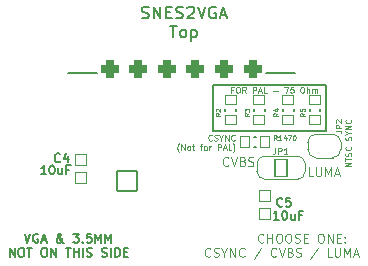
<source format=gbr>
G04 #@! TF.GenerationSoftware,KiCad,Pcbnew,(6.0.6-0)*
G04 #@! TF.CreationDate,2023-01-30T15:29:15-05:00*
G04 #@! TF.ProjectId,SNES2VGA,534e4553-3256-4474-912e-6b696361645f,1*
G04 #@! TF.SameCoordinates,Original*
G04 #@! TF.FileFunction,Legend,Top*
G04 #@! TF.FilePolarity,Positive*
%FSLAX46Y46*%
G04 Gerber Fmt 4.6, Leading zero omitted, Abs format (unit mm)*
G04 Created by KiCad (PCBNEW (6.0.6-0)) date 2023-01-30 15:29:15*
%MOMM*%
%LPD*%
G01*
G04 APERTURE LIST*
G04 Aperture macros list*
%AMRoundRect*
0 Rectangle with rounded corners*
0 $1 Rounding radius*
0 $2 $3 $4 $5 $6 $7 $8 $9 X,Y pos of 4 corners*
0 Add a 4 corners polygon primitive as box body*
4,1,4,$2,$3,$4,$5,$6,$7,$8,$9,$2,$3,0*
0 Add four circle primitives for the rounded corners*
1,1,$1+$1,$2,$3*
1,1,$1+$1,$4,$5*
1,1,$1+$1,$6,$7*
1,1,$1+$1,$8,$9*
0 Add four rect primitives between the rounded corners*
20,1,$1+$1,$2,$3,$4,$5,0*
20,1,$1+$1,$4,$5,$6,$7,0*
20,1,$1+$1,$6,$7,$8,$9,0*
20,1,$1+$1,$8,$9,$2,$3,0*%
%AMFreePoly0*
4,1,37,0.012350,0.795685,0.074215,0.795307,0.088460,0.793178,0.224281,0.752559,0.237356,0.746518,0.356318,0.669411,0.367173,0.659942,0.459711,0.552545,0.467470,0.540411,0.526147,0.411359,0.530190,0.397535,0.550287,0.257202,0.550800,0.250000,0.550800,-0.250000,0.550796,-0.250620,0.550647,-0.262836,0.549947,-0.270644,0.526427,-0.410445,0.522048,-0.424167,0.460236,-0.551746,
0.452182,-0.563686,0.357047,-0.668790,0.345965,-0.677991,0.225155,-0.752168,0.211936,-0.757888,0.075163,-0.795177,0.060870,-0.796957,0.011464,-0.796051,0.000000,-0.800800,-0.500000,-0.800800,-0.535921,-0.785921,-0.550800,-0.750000,-0.550800,0.750000,-0.535921,0.785921,-0.500000,0.800800,0.000000,0.800800,0.012350,0.795685,0.012350,0.795685,$1*%
%AMFreePoly1*
4,1,37,0.535921,0.785921,0.550800,0.750000,0.550800,-0.750000,0.535921,-0.785921,0.500000,-0.800800,0.000000,-0.800800,-0.012526,-0.795612,-0.080872,-0.794359,-0.095090,-0.792057,-0.230405,-0.749782,-0.243405,-0.743581,-0.361415,-0.665026,-0.372153,-0.655426,-0.463373,-0.546907,-0.470984,-0.534678,-0.528079,-0.404919,-0.531952,-0.391047,-0.549535,-0.256587,-0.548147,-0.256405,-0.550800,-0.250000,
-0.550800,0.250000,-0.550314,0.251174,-0.550158,0.263925,-0.528347,0.404002,-0.524136,0.417775,-0.463888,0.546100,-0.455980,0.558139,-0.362136,0.664397,-0.351168,0.673732,-0.231273,0.749380,-0.218125,0.755261,-0.081818,0.794218,-0.067547,0.796173,-0.011991,0.795833,0.000000,0.800800,0.500000,0.800800,0.535921,0.785921,0.535921,0.785921,$1*%
%AMFreePoly2*
4,1,37,0.012350,0.795685,0.074215,0.795307,0.088460,0.793178,0.224281,0.752559,0.237356,0.746518,0.356318,0.669411,0.367173,0.659942,0.459711,0.552545,0.467470,0.540411,0.526147,0.411359,0.530190,0.397535,0.550287,0.257202,0.550800,0.250000,0.550800,-0.250000,0.550796,-0.250620,0.550647,-0.262836,0.549947,-0.270644,0.526427,-0.410445,0.522048,-0.424167,0.460236,-0.551746,
0.452182,-0.563686,0.357047,-0.668790,0.345965,-0.677991,0.225155,-0.752168,0.211936,-0.757888,0.075163,-0.795177,0.060870,-0.796957,0.011464,-0.796051,0.000000,-0.800800,-0.550000,-0.800800,-0.585921,-0.785921,-0.600800,-0.750000,-0.600800,0.750000,-0.585921,0.785921,-0.550000,0.800800,0.000000,0.800800,0.012350,0.795685,0.012350,0.795685,$1*%
%AMFreePoly3*
4,1,37,0.585921,0.785921,0.600800,0.750000,0.600800,-0.750000,0.585921,-0.785921,0.550000,-0.800800,0.000000,-0.800800,-0.012526,-0.795612,-0.080872,-0.794359,-0.095090,-0.792057,-0.230405,-0.749782,-0.243405,-0.743581,-0.361415,-0.665026,-0.372153,-0.655426,-0.463373,-0.546907,-0.470984,-0.534678,-0.528079,-0.404919,-0.531952,-0.391047,-0.549535,-0.256587,-0.548147,-0.256405,-0.550800,-0.250000,
-0.550800,0.250000,-0.550314,0.251174,-0.550158,0.263925,-0.528347,0.404002,-0.524136,0.417775,-0.463888,0.546100,-0.455980,0.558139,-0.362136,0.664397,-0.351168,0.673732,-0.231273,0.749380,-0.218125,0.755261,-0.081818,0.794218,-0.067547,0.796173,-0.011991,0.795833,0.000000,0.800800,0.550000,0.800800,0.585921,0.785921,0.585921,0.785921,$1*%
G04 Aperture macros list end*
%ADD10C,0.127000*%
%ADD11C,0.100000*%
%ADD12C,0.150000*%
%ADD13C,0.125000*%
%ADD14C,0.098425*%
%ADD15C,0.120000*%
%ADD16FreePoly0,180.000000*%
%ADD17FreePoly1,180.000000*%
%ADD18RoundRect,0.050800X-0.485000X0.460000X-0.485000X-0.460000X0.485000X-0.460000X0.485000X0.460000X0*%
%ADD19O,1.609600X3.117600*%
%ADD20RoundRect,0.425800X-0.375000X-0.375000X0.375000X-0.375000X0.375000X0.375000X-0.375000X0.375000X0*%
%ADD21C,1.801600*%
%ADD22C,4.167600*%
%ADD23RoundRect,0.050800X-0.850000X-0.850000X0.850000X-0.850000X0.850000X0.850000X-0.850000X0.850000X0*%
%ADD24RoundRect,0.050800X-0.395000X-0.465000X0.395000X-0.465000X0.395000X0.465000X-0.395000X0.465000X0*%
%ADD25RoundRect,0.050800X0.465000X-0.395000X0.465000X0.395000X-0.465000X0.395000X-0.465000X-0.395000X0*%
%ADD26RoundRect,0.050800X-0.500000X-0.750000X0.500000X-0.750000X0.500000X0.750000X-0.500000X0.750000X0*%
%ADD27FreePoly2,0.000000*%
%ADD28FreePoly3,0.000000*%
G04 APERTURE END LIST*
D10*
X153210000Y-96930000D02*
X153210000Y-100840000D01*
D11*
X155336190Y-103816190D02*
X154836190Y-103816190D01*
X155336190Y-103530476D01*
X154836190Y-103530476D01*
X154836190Y-103363809D02*
X154836190Y-103078095D01*
X155336190Y-103220952D02*
X154836190Y-103220952D01*
X155312380Y-102935238D02*
X155336190Y-102863809D01*
X155336190Y-102744761D01*
X155312380Y-102697142D01*
X155288571Y-102673333D01*
X155240952Y-102649523D01*
X155193333Y-102649523D01*
X155145714Y-102673333D01*
X155121904Y-102697142D01*
X155098095Y-102744761D01*
X155074285Y-102840000D01*
X155050476Y-102887619D01*
X155026666Y-102911428D01*
X154979047Y-102935238D01*
X154931428Y-102935238D01*
X154883809Y-102911428D01*
X154860000Y-102887619D01*
X154836190Y-102840000D01*
X154836190Y-102720952D01*
X154860000Y-102649523D01*
X155288571Y-102149523D02*
X155312380Y-102173333D01*
X155336190Y-102244761D01*
X155336190Y-102292380D01*
X155312380Y-102363809D01*
X155264761Y-102411428D01*
X155217142Y-102435238D01*
X155121904Y-102459047D01*
X155050476Y-102459047D01*
X154955238Y-102435238D01*
X154907619Y-102411428D01*
X154860000Y-102363809D01*
X154836190Y-102292380D01*
X154836190Y-102244761D01*
X154860000Y-102173333D01*
X154883809Y-102149523D01*
X155312380Y-101578095D02*
X155336190Y-101506666D01*
X155336190Y-101387619D01*
X155312380Y-101340000D01*
X155288571Y-101316190D01*
X155240952Y-101292380D01*
X155193333Y-101292380D01*
X155145714Y-101316190D01*
X155121904Y-101340000D01*
X155098095Y-101387619D01*
X155074285Y-101482857D01*
X155050476Y-101530476D01*
X155026666Y-101554285D01*
X154979047Y-101578095D01*
X154931428Y-101578095D01*
X154883809Y-101554285D01*
X154860000Y-101530476D01*
X154836190Y-101482857D01*
X154836190Y-101363809D01*
X154860000Y-101292380D01*
X155098095Y-100982857D02*
X155336190Y-100982857D01*
X154836190Y-101149523D02*
X155098095Y-100982857D01*
X154836190Y-100816190D01*
X155336190Y-100649523D02*
X154836190Y-100649523D01*
X155336190Y-100363809D01*
X154836190Y-100363809D01*
X155288571Y-99840000D02*
X155312380Y-99863809D01*
X155336190Y-99935238D01*
X155336190Y-99982857D01*
X155312380Y-100054285D01*
X155264761Y-100101904D01*
X155217142Y-100125714D01*
X155121904Y-100149523D01*
X155050476Y-100149523D01*
X154955238Y-100125714D01*
X154907619Y-100101904D01*
X154860000Y-100054285D01*
X154836190Y-99982857D01*
X154836190Y-99935238D01*
X154860000Y-99863809D01*
X154883809Y-99840000D01*
D10*
X148120000Y-95930000D02*
X150540000Y-95930000D01*
X131380000Y-95930000D02*
X133830000Y-95930000D01*
X127667857Y-109515535D02*
X127917857Y-110265535D01*
X128167857Y-109515535D01*
X128810714Y-109551250D02*
X128739285Y-109515535D01*
X128632142Y-109515535D01*
X128525000Y-109551250D01*
X128453571Y-109622678D01*
X128417857Y-109694107D01*
X128382142Y-109836964D01*
X128382142Y-109944107D01*
X128417857Y-110086964D01*
X128453571Y-110158392D01*
X128525000Y-110229821D01*
X128632142Y-110265535D01*
X128703571Y-110265535D01*
X128810714Y-110229821D01*
X128846428Y-110194107D01*
X128846428Y-109944107D01*
X128703571Y-109944107D01*
X129132142Y-110051250D02*
X129489285Y-110051250D01*
X129060714Y-110265535D02*
X129310714Y-109515535D01*
X129560714Y-110265535D01*
X130989285Y-110265535D02*
X130953571Y-110265535D01*
X130882142Y-110229821D01*
X130775000Y-110122678D01*
X130596428Y-109908392D01*
X130525000Y-109801250D01*
X130489285Y-109694107D01*
X130489285Y-109622678D01*
X130525000Y-109551250D01*
X130596428Y-109515535D01*
X130632142Y-109515535D01*
X130703571Y-109551250D01*
X130739285Y-109622678D01*
X130739285Y-109658392D01*
X130703571Y-109729821D01*
X130667857Y-109765535D01*
X130453571Y-109908392D01*
X130417857Y-109944107D01*
X130382142Y-110015535D01*
X130382142Y-110122678D01*
X130417857Y-110194107D01*
X130453571Y-110229821D01*
X130525000Y-110265535D01*
X130632142Y-110265535D01*
X130703571Y-110229821D01*
X130739285Y-110194107D01*
X130846428Y-110051250D01*
X130882142Y-109944107D01*
X130882142Y-109872678D01*
X131810714Y-109515535D02*
X132275000Y-109515535D01*
X132025000Y-109801250D01*
X132132142Y-109801250D01*
X132203571Y-109836964D01*
X132239285Y-109872678D01*
X132275000Y-109944107D01*
X132275000Y-110122678D01*
X132239285Y-110194107D01*
X132203571Y-110229821D01*
X132132142Y-110265535D01*
X131917857Y-110265535D01*
X131846428Y-110229821D01*
X131810714Y-110194107D01*
X132596428Y-110194107D02*
X132632142Y-110229821D01*
X132596428Y-110265535D01*
X132560714Y-110229821D01*
X132596428Y-110194107D01*
X132596428Y-110265535D01*
X133310714Y-109515535D02*
X132953571Y-109515535D01*
X132917857Y-109872678D01*
X132953571Y-109836964D01*
X133025000Y-109801250D01*
X133203571Y-109801250D01*
X133275000Y-109836964D01*
X133310714Y-109872678D01*
X133346428Y-109944107D01*
X133346428Y-110122678D01*
X133310714Y-110194107D01*
X133275000Y-110229821D01*
X133203571Y-110265535D01*
X133025000Y-110265535D01*
X132953571Y-110229821D01*
X132917857Y-110194107D01*
X133667857Y-110265535D02*
X133667857Y-109515535D01*
X133917857Y-110051250D01*
X134167857Y-109515535D01*
X134167857Y-110265535D01*
X134525000Y-110265535D02*
X134525000Y-109515535D01*
X134775000Y-110051250D01*
X135025000Y-109515535D01*
X135025000Y-110265535D01*
X126400000Y-111473035D02*
X126400000Y-110723035D01*
X126828571Y-111473035D01*
X126828571Y-110723035D01*
X127328571Y-110723035D02*
X127471428Y-110723035D01*
X127542857Y-110758750D01*
X127614285Y-110830178D01*
X127650000Y-110973035D01*
X127650000Y-111223035D01*
X127614285Y-111365892D01*
X127542857Y-111437321D01*
X127471428Y-111473035D01*
X127328571Y-111473035D01*
X127257142Y-111437321D01*
X127185714Y-111365892D01*
X127150000Y-111223035D01*
X127150000Y-110973035D01*
X127185714Y-110830178D01*
X127257142Y-110758750D01*
X127328571Y-110723035D01*
X127864285Y-110723035D02*
X128292857Y-110723035D01*
X128078571Y-111473035D02*
X128078571Y-110723035D01*
X129257142Y-110723035D02*
X129400000Y-110723035D01*
X129471428Y-110758750D01*
X129542857Y-110830178D01*
X129578571Y-110973035D01*
X129578571Y-111223035D01*
X129542857Y-111365892D01*
X129471428Y-111437321D01*
X129400000Y-111473035D01*
X129257142Y-111473035D01*
X129185714Y-111437321D01*
X129114285Y-111365892D01*
X129078571Y-111223035D01*
X129078571Y-110973035D01*
X129114285Y-110830178D01*
X129185714Y-110758750D01*
X129257142Y-110723035D01*
X129900000Y-111473035D02*
X129900000Y-110723035D01*
X130328571Y-111473035D01*
X130328571Y-110723035D01*
X131150000Y-110723035D02*
X131578571Y-110723035D01*
X131364285Y-111473035D02*
X131364285Y-110723035D01*
X131828571Y-111473035D02*
X131828571Y-110723035D01*
X131828571Y-111080178D02*
X132257142Y-111080178D01*
X132257142Y-111473035D02*
X132257142Y-110723035D01*
X132614285Y-111473035D02*
X132614285Y-110723035D01*
X132935714Y-111437321D02*
X133042857Y-111473035D01*
X133221428Y-111473035D01*
X133292857Y-111437321D01*
X133328571Y-111401607D01*
X133364285Y-111330178D01*
X133364285Y-111258750D01*
X133328571Y-111187321D01*
X133292857Y-111151607D01*
X133221428Y-111115892D01*
X133078571Y-111080178D01*
X133007142Y-111044464D01*
X132971428Y-111008750D01*
X132935714Y-110937321D01*
X132935714Y-110865892D01*
X132971428Y-110794464D01*
X133007142Y-110758750D01*
X133078571Y-110723035D01*
X133257142Y-110723035D01*
X133364285Y-110758750D01*
X134221428Y-111437321D02*
X134328571Y-111473035D01*
X134507142Y-111473035D01*
X134578571Y-111437321D01*
X134614285Y-111401607D01*
X134650000Y-111330178D01*
X134650000Y-111258750D01*
X134614285Y-111187321D01*
X134578571Y-111151607D01*
X134507142Y-111115892D01*
X134364285Y-111080178D01*
X134292857Y-111044464D01*
X134257142Y-111008750D01*
X134221428Y-110937321D01*
X134221428Y-110865892D01*
X134257142Y-110794464D01*
X134292857Y-110758750D01*
X134364285Y-110723035D01*
X134542857Y-110723035D01*
X134650000Y-110758750D01*
X134971428Y-111473035D02*
X134971428Y-110723035D01*
X135328571Y-111473035D02*
X135328571Y-110723035D01*
X135507142Y-110723035D01*
X135614285Y-110758750D01*
X135685714Y-110830178D01*
X135721428Y-110901607D01*
X135757142Y-111044464D01*
X135757142Y-111151607D01*
X135721428Y-111294464D01*
X135685714Y-111365892D01*
X135614285Y-111437321D01*
X135507142Y-111473035D01*
X135328571Y-111473035D01*
X136078571Y-111080178D02*
X136328571Y-111080178D01*
X136435714Y-111473035D02*
X136078571Y-111473035D01*
X136078571Y-110723035D01*
X136435714Y-110723035D01*
D12*
X137608571Y-91229761D02*
X137751428Y-91277380D01*
X137989523Y-91277380D01*
X138084761Y-91229761D01*
X138132380Y-91182142D01*
X138180000Y-91086904D01*
X138180000Y-90991666D01*
X138132380Y-90896428D01*
X138084761Y-90848809D01*
X137989523Y-90801190D01*
X137799047Y-90753571D01*
X137703809Y-90705952D01*
X137656190Y-90658333D01*
X137608571Y-90563095D01*
X137608571Y-90467857D01*
X137656190Y-90372619D01*
X137703809Y-90325000D01*
X137799047Y-90277380D01*
X138037142Y-90277380D01*
X138180000Y-90325000D01*
X138608571Y-91277380D02*
X138608571Y-90277380D01*
X139180000Y-91277380D01*
X139180000Y-90277380D01*
X139656190Y-90753571D02*
X139989523Y-90753571D01*
X140132380Y-91277380D02*
X139656190Y-91277380D01*
X139656190Y-90277380D01*
X140132380Y-90277380D01*
X140513333Y-91229761D02*
X140656190Y-91277380D01*
X140894285Y-91277380D01*
X140989523Y-91229761D01*
X141037142Y-91182142D01*
X141084761Y-91086904D01*
X141084761Y-90991666D01*
X141037142Y-90896428D01*
X140989523Y-90848809D01*
X140894285Y-90801190D01*
X140703809Y-90753571D01*
X140608571Y-90705952D01*
X140560952Y-90658333D01*
X140513333Y-90563095D01*
X140513333Y-90467857D01*
X140560952Y-90372619D01*
X140608571Y-90325000D01*
X140703809Y-90277380D01*
X140941904Y-90277380D01*
X141084761Y-90325000D01*
X141465714Y-90372619D02*
X141513333Y-90325000D01*
X141608571Y-90277380D01*
X141846666Y-90277380D01*
X141941904Y-90325000D01*
X141989523Y-90372619D01*
X142037142Y-90467857D01*
X142037142Y-90563095D01*
X141989523Y-90705952D01*
X141418095Y-91277380D01*
X142037142Y-91277380D01*
X142322857Y-90277380D02*
X142656190Y-91277380D01*
X142989523Y-90277380D01*
X143846666Y-90325000D02*
X143751428Y-90277380D01*
X143608571Y-90277380D01*
X143465714Y-90325000D01*
X143370476Y-90420238D01*
X143322857Y-90515476D01*
X143275238Y-90705952D01*
X143275238Y-90848809D01*
X143322857Y-91039285D01*
X143370476Y-91134523D01*
X143465714Y-91229761D01*
X143608571Y-91277380D01*
X143703809Y-91277380D01*
X143846666Y-91229761D01*
X143894285Y-91182142D01*
X143894285Y-90848809D01*
X143703809Y-90848809D01*
X144275238Y-90991666D02*
X144751428Y-90991666D01*
X144180000Y-91277380D02*
X144513333Y-90277380D01*
X144846666Y-91277380D01*
X139989523Y-91887380D02*
X140560952Y-91887380D01*
X140275238Y-92887380D02*
X140275238Y-91887380D01*
X141037142Y-92887380D02*
X140941904Y-92839761D01*
X140894285Y-92792142D01*
X140846666Y-92696904D01*
X140846666Y-92411190D01*
X140894285Y-92315952D01*
X140941904Y-92268333D01*
X141037142Y-92220714D01*
X141180000Y-92220714D01*
X141275238Y-92268333D01*
X141322857Y-92315952D01*
X141370476Y-92411190D01*
X141370476Y-92696904D01*
X141322857Y-92792142D01*
X141275238Y-92839761D01*
X141180000Y-92887380D01*
X141037142Y-92887380D01*
X141799047Y-92220714D02*
X141799047Y-93220714D01*
X141799047Y-92268333D02*
X141894285Y-92220714D01*
X142084761Y-92220714D01*
X142180000Y-92268333D01*
X142227619Y-92315952D01*
X142275238Y-92411190D01*
X142275238Y-92696904D01*
X142227619Y-92792142D01*
X142180000Y-92839761D01*
X142084761Y-92887380D01*
X141894285Y-92887380D01*
X141799047Y-92839761D01*
D13*
X147902142Y-110184107D02*
X147866428Y-110219821D01*
X147759285Y-110255535D01*
X147687857Y-110255535D01*
X147580714Y-110219821D01*
X147509285Y-110148392D01*
X147473571Y-110076964D01*
X147437857Y-109934107D01*
X147437857Y-109826964D01*
X147473571Y-109684107D01*
X147509285Y-109612678D01*
X147580714Y-109541250D01*
X147687857Y-109505535D01*
X147759285Y-109505535D01*
X147866428Y-109541250D01*
X147902142Y-109576964D01*
X148223571Y-110255535D02*
X148223571Y-109505535D01*
X148223571Y-109862678D02*
X148652142Y-109862678D01*
X148652142Y-110255535D02*
X148652142Y-109505535D01*
X149152142Y-109505535D02*
X149295000Y-109505535D01*
X149366428Y-109541250D01*
X149437857Y-109612678D01*
X149473571Y-109755535D01*
X149473571Y-110005535D01*
X149437857Y-110148392D01*
X149366428Y-110219821D01*
X149295000Y-110255535D01*
X149152142Y-110255535D01*
X149080714Y-110219821D01*
X149009285Y-110148392D01*
X148973571Y-110005535D01*
X148973571Y-109755535D01*
X149009285Y-109612678D01*
X149080714Y-109541250D01*
X149152142Y-109505535D01*
X149937857Y-109505535D02*
X150080714Y-109505535D01*
X150152142Y-109541250D01*
X150223571Y-109612678D01*
X150259285Y-109755535D01*
X150259285Y-110005535D01*
X150223571Y-110148392D01*
X150152142Y-110219821D01*
X150080714Y-110255535D01*
X149937857Y-110255535D01*
X149866428Y-110219821D01*
X149795000Y-110148392D01*
X149759285Y-110005535D01*
X149759285Y-109755535D01*
X149795000Y-109612678D01*
X149866428Y-109541250D01*
X149937857Y-109505535D01*
X150545000Y-110219821D02*
X150652142Y-110255535D01*
X150830714Y-110255535D01*
X150902142Y-110219821D01*
X150937857Y-110184107D01*
X150973571Y-110112678D01*
X150973571Y-110041250D01*
X150937857Y-109969821D01*
X150902142Y-109934107D01*
X150830714Y-109898392D01*
X150687857Y-109862678D01*
X150616428Y-109826964D01*
X150580714Y-109791250D01*
X150545000Y-109719821D01*
X150545000Y-109648392D01*
X150580714Y-109576964D01*
X150616428Y-109541250D01*
X150687857Y-109505535D01*
X150866428Y-109505535D01*
X150973571Y-109541250D01*
X151295000Y-109862678D02*
X151545000Y-109862678D01*
X151652142Y-110255535D02*
X151295000Y-110255535D01*
X151295000Y-109505535D01*
X151652142Y-109505535D01*
X152687857Y-109505535D02*
X152830714Y-109505535D01*
X152902142Y-109541250D01*
X152973571Y-109612678D01*
X153009285Y-109755535D01*
X153009285Y-110005535D01*
X152973571Y-110148392D01*
X152902142Y-110219821D01*
X152830714Y-110255535D01*
X152687857Y-110255535D01*
X152616428Y-110219821D01*
X152545000Y-110148392D01*
X152509285Y-110005535D01*
X152509285Y-109755535D01*
X152545000Y-109612678D01*
X152616428Y-109541250D01*
X152687857Y-109505535D01*
X153330714Y-110255535D02*
X153330714Y-109505535D01*
X153759285Y-110255535D01*
X153759285Y-109505535D01*
X154116428Y-109862678D02*
X154366428Y-109862678D01*
X154473571Y-110255535D02*
X154116428Y-110255535D01*
X154116428Y-109505535D01*
X154473571Y-109505535D01*
X154795000Y-110184107D02*
X154830714Y-110219821D01*
X154795000Y-110255535D01*
X154759285Y-110219821D01*
X154795000Y-110184107D01*
X154795000Y-110255535D01*
X154795000Y-109791250D02*
X154830714Y-109826964D01*
X154795000Y-109862678D01*
X154759285Y-109826964D01*
X154795000Y-109791250D01*
X154795000Y-109862678D01*
X143402142Y-111391607D02*
X143366428Y-111427321D01*
X143259285Y-111463035D01*
X143187857Y-111463035D01*
X143080714Y-111427321D01*
X143009285Y-111355892D01*
X142973571Y-111284464D01*
X142937857Y-111141607D01*
X142937857Y-111034464D01*
X142973571Y-110891607D01*
X143009285Y-110820178D01*
X143080714Y-110748750D01*
X143187857Y-110713035D01*
X143259285Y-110713035D01*
X143366428Y-110748750D01*
X143402142Y-110784464D01*
X143687857Y-111427321D02*
X143795000Y-111463035D01*
X143973571Y-111463035D01*
X144045000Y-111427321D01*
X144080714Y-111391607D01*
X144116428Y-111320178D01*
X144116428Y-111248750D01*
X144080714Y-111177321D01*
X144045000Y-111141607D01*
X143973571Y-111105892D01*
X143830714Y-111070178D01*
X143759285Y-111034464D01*
X143723571Y-110998750D01*
X143687857Y-110927321D01*
X143687857Y-110855892D01*
X143723571Y-110784464D01*
X143759285Y-110748750D01*
X143830714Y-110713035D01*
X144009285Y-110713035D01*
X144116428Y-110748750D01*
X144580714Y-111105892D02*
X144580714Y-111463035D01*
X144330714Y-110713035D02*
X144580714Y-111105892D01*
X144830714Y-110713035D01*
X145080714Y-111463035D02*
X145080714Y-110713035D01*
X145509285Y-111463035D01*
X145509285Y-110713035D01*
X146295000Y-111391607D02*
X146259285Y-111427321D01*
X146152142Y-111463035D01*
X146080714Y-111463035D01*
X145973571Y-111427321D01*
X145902142Y-111355892D01*
X145866428Y-111284464D01*
X145830714Y-111141607D01*
X145830714Y-111034464D01*
X145866428Y-110891607D01*
X145902142Y-110820178D01*
X145973571Y-110748750D01*
X146080714Y-110713035D01*
X146152142Y-110713035D01*
X146259285Y-110748750D01*
X146295000Y-110784464D01*
X147723571Y-110677321D02*
X147080714Y-111641607D01*
X148973571Y-111391607D02*
X148937857Y-111427321D01*
X148830714Y-111463035D01*
X148759285Y-111463035D01*
X148652142Y-111427321D01*
X148580714Y-111355892D01*
X148545000Y-111284464D01*
X148509285Y-111141607D01*
X148509285Y-111034464D01*
X148545000Y-110891607D01*
X148580714Y-110820178D01*
X148652142Y-110748750D01*
X148759285Y-110713035D01*
X148830714Y-110713035D01*
X148937857Y-110748750D01*
X148973571Y-110784464D01*
X149187857Y-110713035D02*
X149437857Y-111463035D01*
X149687857Y-110713035D01*
X150187857Y-111070178D02*
X150295000Y-111105892D01*
X150330714Y-111141607D01*
X150366428Y-111213035D01*
X150366428Y-111320178D01*
X150330714Y-111391607D01*
X150295000Y-111427321D01*
X150223571Y-111463035D01*
X149937857Y-111463035D01*
X149937857Y-110713035D01*
X150187857Y-110713035D01*
X150259285Y-110748750D01*
X150295000Y-110784464D01*
X150330714Y-110855892D01*
X150330714Y-110927321D01*
X150295000Y-110998750D01*
X150259285Y-111034464D01*
X150187857Y-111070178D01*
X149937857Y-111070178D01*
X150652142Y-111427321D02*
X150759285Y-111463035D01*
X150937857Y-111463035D01*
X151009285Y-111427321D01*
X151045000Y-111391607D01*
X151080714Y-111320178D01*
X151080714Y-111248750D01*
X151045000Y-111177321D01*
X151009285Y-111141607D01*
X150937857Y-111105892D01*
X150795000Y-111070178D01*
X150723571Y-111034464D01*
X150687857Y-110998750D01*
X150652142Y-110927321D01*
X150652142Y-110855892D01*
X150687857Y-110784464D01*
X150723571Y-110748750D01*
X150795000Y-110713035D01*
X150973571Y-110713035D01*
X151080714Y-110748750D01*
X152509285Y-110677321D02*
X151866428Y-111641607D01*
X153687857Y-111463035D02*
X153330714Y-111463035D01*
X153330714Y-110713035D01*
X153937857Y-110713035D02*
X153937857Y-111320178D01*
X153973571Y-111391607D01*
X154009285Y-111427321D01*
X154080714Y-111463035D01*
X154223571Y-111463035D01*
X154295000Y-111427321D01*
X154330714Y-111391607D01*
X154366428Y-111320178D01*
X154366428Y-110713035D01*
X154723571Y-111463035D02*
X154723571Y-110713035D01*
X154973571Y-111248750D01*
X155223571Y-110713035D01*
X155223571Y-111463035D01*
X155545000Y-111248750D02*
X155902142Y-111248750D01*
X155473571Y-111463035D02*
X155723571Y-110713035D01*
X155973571Y-111463035D01*
D11*
X143541190Y-101576071D02*
X143517380Y-101599880D01*
X143445952Y-101623690D01*
X143398333Y-101623690D01*
X143326904Y-101599880D01*
X143279285Y-101552261D01*
X143255476Y-101504642D01*
X143231666Y-101409404D01*
X143231666Y-101337976D01*
X143255476Y-101242738D01*
X143279285Y-101195119D01*
X143326904Y-101147500D01*
X143398333Y-101123690D01*
X143445952Y-101123690D01*
X143517380Y-101147500D01*
X143541190Y-101171309D01*
X143731666Y-101599880D02*
X143803095Y-101623690D01*
X143922142Y-101623690D01*
X143969761Y-101599880D01*
X143993571Y-101576071D01*
X144017380Y-101528452D01*
X144017380Y-101480833D01*
X143993571Y-101433214D01*
X143969761Y-101409404D01*
X143922142Y-101385595D01*
X143826904Y-101361785D01*
X143779285Y-101337976D01*
X143755476Y-101314166D01*
X143731666Y-101266547D01*
X143731666Y-101218928D01*
X143755476Y-101171309D01*
X143779285Y-101147500D01*
X143826904Y-101123690D01*
X143945952Y-101123690D01*
X144017380Y-101147500D01*
X144326904Y-101385595D02*
X144326904Y-101623690D01*
X144160238Y-101123690D02*
X144326904Y-101385595D01*
X144493571Y-101123690D01*
X144660238Y-101623690D02*
X144660238Y-101123690D01*
X144945952Y-101623690D01*
X144945952Y-101123690D01*
X145469761Y-101576071D02*
X145445952Y-101599880D01*
X145374523Y-101623690D01*
X145326904Y-101623690D01*
X145255476Y-101599880D01*
X145207857Y-101552261D01*
X145184047Y-101504642D01*
X145160238Y-101409404D01*
X145160238Y-101337976D01*
X145184047Y-101242738D01*
X145207857Y-101195119D01*
X145255476Y-101147500D01*
X145326904Y-101123690D01*
X145374523Y-101123690D01*
X145445952Y-101147500D01*
X145469761Y-101171309D01*
X140755476Y-102619166D02*
X140731666Y-102595357D01*
X140684047Y-102523928D01*
X140660238Y-102476309D01*
X140636428Y-102404880D01*
X140612619Y-102285833D01*
X140612619Y-102190595D01*
X140636428Y-102071547D01*
X140660238Y-102000119D01*
X140684047Y-101952500D01*
X140731666Y-101881071D01*
X140755476Y-101857261D01*
X140945952Y-102428690D02*
X140945952Y-101928690D01*
X141231666Y-102428690D01*
X141231666Y-101928690D01*
X141541190Y-102428690D02*
X141493571Y-102404880D01*
X141469761Y-102381071D01*
X141445952Y-102333452D01*
X141445952Y-102190595D01*
X141469761Y-102142976D01*
X141493571Y-102119166D01*
X141541190Y-102095357D01*
X141612619Y-102095357D01*
X141660238Y-102119166D01*
X141684047Y-102142976D01*
X141707857Y-102190595D01*
X141707857Y-102333452D01*
X141684047Y-102381071D01*
X141660238Y-102404880D01*
X141612619Y-102428690D01*
X141541190Y-102428690D01*
X141850714Y-102095357D02*
X142041190Y-102095357D01*
X141922142Y-101928690D02*
X141922142Y-102357261D01*
X141945952Y-102404880D01*
X141993571Y-102428690D01*
X142041190Y-102428690D01*
X142517380Y-102095357D02*
X142707857Y-102095357D01*
X142588809Y-102428690D02*
X142588809Y-102000119D01*
X142612619Y-101952500D01*
X142660238Y-101928690D01*
X142707857Y-101928690D01*
X142945952Y-102428690D02*
X142898333Y-102404880D01*
X142874523Y-102381071D01*
X142850714Y-102333452D01*
X142850714Y-102190595D01*
X142874523Y-102142976D01*
X142898333Y-102119166D01*
X142945952Y-102095357D01*
X143017380Y-102095357D01*
X143065000Y-102119166D01*
X143088809Y-102142976D01*
X143112619Y-102190595D01*
X143112619Y-102333452D01*
X143088809Y-102381071D01*
X143065000Y-102404880D01*
X143017380Y-102428690D01*
X142945952Y-102428690D01*
X143326904Y-102428690D02*
X143326904Y-102095357D01*
X143326904Y-102190595D02*
X143350714Y-102142976D01*
X143374523Y-102119166D01*
X143422142Y-102095357D01*
X143469761Y-102095357D01*
X144017380Y-102428690D02*
X144017380Y-101928690D01*
X144207857Y-101928690D01*
X144255476Y-101952500D01*
X144279285Y-101976309D01*
X144303095Y-102023928D01*
X144303095Y-102095357D01*
X144279285Y-102142976D01*
X144255476Y-102166785D01*
X144207857Y-102190595D01*
X144017380Y-102190595D01*
X144493571Y-102285833D02*
X144731666Y-102285833D01*
X144445952Y-102428690D02*
X144612619Y-101928690D01*
X144779285Y-102428690D01*
X145184047Y-102428690D02*
X144945952Y-102428690D01*
X144945952Y-101928690D01*
X145303095Y-102619166D02*
X145326904Y-102595357D01*
X145374523Y-102523928D01*
X145398333Y-102476309D01*
X145422142Y-102404880D01*
X145445952Y-102285833D01*
X145445952Y-102190595D01*
X145422142Y-102071547D01*
X145398333Y-102000119D01*
X145374523Y-101952500D01*
X145326904Y-101881071D01*
X145303095Y-101857261D01*
D13*
X144938571Y-103697857D02*
X144902857Y-103733571D01*
X144795714Y-103769285D01*
X144724285Y-103769285D01*
X144617142Y-103733571D01*
X144545714Y-103662142D01*
X144510000Y-103590714D01*
X144474285Y-103447857D01*
X144474285Y-103340714D01*
X144510000Y-103197857D01*
X144545714Y-103126428D01*
X144617142Y-103055000D01*
X144724285Y-103019285D01*
X144795714Y-103019285D01*
X144902857Y-103055000D01*
X144938571Y-103090714D01*
X145152857Y-103019285D02*
X145402857Y-103769285D01*
X145652857Y-103019285D01*
X146152857Y-103376428D02*
X146260000Y-103412142D01*
X146295714Y-103447857D01*
X146331428Y-103519285D01*
X146331428Y-103626428D01*
X146295714Y-103697857D01*
X146260000Y-103733571D01*
X146188571Y-103769285D01*
X145902857Y-103769285D01*
X145902857Y-103019285D01*
X146152857Y-103019285D01*
X146224285Y-103055000D01*
X146260000Y-103090714D01*
X146295714Y-103162142D01*
X146295714Y-103233571D01*
X146260000Y-103305000D01*
X146224285Y-103340714D01*
X146152857Y-103376428D01*
X145902857Y-103376428D01*
X146617142Y-103733571D02*
X146724285Y-103769285D01*
X146902857Y-103769285D01*
X146974285Y-103733571D01*
X147010000Y-103697857D01*
X147045714Y-103626428D01*
X147045714Y-103555000D01*
X147010000Y-103483571D01*
X146974285Y-103447857D01*
X146902857Y-103412142D01*
X146760000Y-103376428D01*
X146688571Y-103340714D01*
X146652857Y-103305000D01*
X146617142Y-103233571D01*
X146617142Y-103162142D01*
X146652857Y-103090714D01*
X146688571Y-103055000D01*
X146760000Y-103019285D01*
X146938571Y-103019285D01*
X147045714Y-103055000D01*
X152099285Y-104629285D02*
X151742142Y-104629285D01*
X151742142Y-103879285D01*
X152349285Y-103879285D02*
X152349285Y-104486428D01*
X152385000Y-104557857D01*
X152420714Y-104593571D01*
X152492142Y-104629285D01*
X152635000Y-104629285D01*
X152706428Y-104593571D01*
X152742142Y-104557857D01*
X152777857Y-104486428D01*
X152777857Y-103879285D01*
X153135000Y-104629285D02*
X153135000Y-103879285D01*
X153385000Y-104415000D01*
X153635000Y-103879285D01*
X153635000Y-104629285D01*
X153956428Y-104415000D02*
X154313571Y-104415000D01*
X153885000Y-104629285D02*
X154135000Y-103879285D01*
X154385000Y-104629285D01*
D11*
X145333809Y-97314285D02*
X145167142Y-97314285D01*
X145167142Y-97576190D02*
X145167142Y-97076190D01*
X145405238Y-97076190D01*
X145690952Y-97076190D02*
X145786190Y-97076190D01*
X145833809Y-97100000D01*
X145881428Y-97147619D01*
X145905238Y-97242857D01*
X145905238Y-97409523D01*
X145881428Y-97504761D01*
X145833809Y-97552380D01*
X145786190Y-97576190D01*
X145690952Y-97576190D01*
X145643333Y-97552380D01*
X145595714Y-97504761D01*
X145571904Y-97409523D01*
X145571904Y-97242857D01*
X145595714Y-97147619D01*
X145643333Y-97100000D01*
X145690952Y-97076190D01*
X146405238Y-97576190D02*
X146238571Y-97338095D01*
X146119523Y-97576190D02*
X146119523Y-97076190D01*
X146310000Y-97076190D01*
X146357619Y-97100000D01*
X146381428Y-97123809D01*
X146405238Y-97171428D01*
X146405238Y-97242857D01*
X146381428Y-97290476D01*
X146357619Y-97314285D01*
X146310000Y-97338095D01*
X146119523Y-97338095D01*
X147000476Y-97576190D02*
X147000476Y-97076190D01*
X147190952Y-97076190D01*
X147238571Y-97100000D01*
X147262380Y-97123809D01*
X147286190Y-97171428D01*
X147286190Y-97242857D01*
X147262380Y-97290476D01*
X147238571Y-97314285D01*
X147190952Y-97338095D01*
X147000476Y-97338095D01*
X147476666Y-97433333D02*
X147714761Y-97433333D01*
X147429047Y-97576190D02*
X147595714Y-97076190D01*
X147762380Y-97576190D01*
X148167142Y-97576190D02*
X147929047Y-97576190D01*
X147929047Y-97076190D01*
X148714761Y-97385714D02*
X149095714Y-97385714D01*
X149667142Y-97076190D02*
X150000476Y-97076190D01*
X149786190Y-97576190D01*
X150429047Y-97076190D02*
X150190952Y-97076190D01*
X150167142Y-97314285D01*
X150190952Y-97290476D01*
X150238571Y-97266666D01*
X150357619Y-97266666D01*
X150405238Y-97290476D01*
X150429047Y-97314285D01*
X150452857Y-97361904D01*
X150452857Y-97480952D01*
X150429047Y-97528571D01*
X150405238Y-97552380D01*
X150357619Y-97576190D01*
X150238571Y-97576190D01*
X150190952Y-97552380D01*
X150167142Y-97528571D01*
X151143333Y-97076190D02*
X151238571Y-97076190D01*
X151286190Y-97100000D01*
X151333809Y-97147619D01*
X151357619Y-97242857D01*
X151357619Y-97409523D01*
X151333809Y-97504761D01*
X151286190Y-97552380D01*
X151238571Y-97576190D01*
X151143333Y-97576190D01*
X151095714Y-97552380D01*
X151048095Y-97504761D01*
X151024285Y-97409523D01*
X151024285Y-97242857D01*
X151048095Y-97147619D01*
X151095714Y-97100000D01*
X151143333Y-97076190D01*
X151571904Y-97576190D02*
X151571904Y-97076190D01*
X151786190Y-97576190D02*
X151786190Y-97314285D01*
X151762380Y-97266666D01*
X151714761Y-97242857D01*
X151643333Y-97242857D01*
X151595714Y-97266666D01*
X151571904Y-97290476D01*
X152024285Y-97576190D02*
X152024285Y-97242857D01*
X152024285Y-97290476D02*
X152048095Y-97266666D01*
X152095714Y-97242857D01*
X152167142Y-97242857D01*
X152214761Y-97266666D01*
X152238571Y-97314285D01*
X152238571Y-97576190D01*
X152238571Y-97314285D02*
X152262380Y-97266666D01*
X152309999Y-97242857D01*
X152381428Y-97242857D01*
X152429047Y-97266666D01*
X152452857Y-97314285D01*
X152452857Y-97576190D01*
D10*
X153210000Y-96930000D02*
X143640000Y-96930000D01*
X143640000Y-100838000D02*
X153210000Y-100840000D01*
X143640000Y-96930000D02*
X143640000Y-100830000D01*
D11*
X154006190Y-100816666D02*
X154363333Y-100816666D01*
X154434761Y-100840476D01*
X154482380Y-100888095D01*
X154506190Y-100959523D01*
X154506190Y-101007142D01*
X154506190Y-100578571D02*
X154006190Y-100578571D01*
X154006190Y-100388095D01*
X154030000Y-100340476D01*
X154053809Y-100316666D01*
X154101428Y-100292857D01*
X154172857Y-100292857D01*
X154220476Y-100316666D01*
X154244285Y-100340476D01*
X154268095Y-100388095D01*
X154268095Y-100578571D01*
X154053809Y-100102380D02*
X154030000Y-100078571D01*
X154006190Y-100030952D01*
X154006190Y-99911904D01*
X154030000Y-99864285D01*
X154053809Y-99840476D01*
X154101428Y-99816666D01*
X154149047Y-99816666D01*
X154220476Y-99840476D01*
X154506190Y-100126190D01*
X154506190Y-99816666D01*
D12*
X130685000Y-103391857D02*
X130649285Y-103427571D01*
X130542142Y-103463285D01*
X130470714Y-103463285D01*
X130363571Y-103427571D01*
X130292142Y-103356142D01*
X130256428Y-103284714D01*
X130220714Y-103141857D01*
X130220714Y-103034714D01*
X130256428Y-102891857D01*
X130292142Y-102820428D01*
X130363571Y-102749000D01*
X130470714Y-102713285D01*
X130542142Y-102713285D01*
X130649285Y-102749000D01*
X130685000Y-102784714D01*
X131327857Y-102963285D02*
X131327857Y-103463285D01*
X131149285Y-102677571D02*
X130970714Y-103213285D01*
X131435000Y-103213285D01*
X129498428Y-104479285D02*
X129069857Y-104479285D01*
X129284142Y-104479285D02*
X129284142Y-103729285D01*
X129212714Y-103836428D01*
X129141285Y-103907857D01*
X129069857Y-103943571D01*
X129962714Y-103729285D02*
X130034142Y-103729285D01*
X130105571Y-103765000D01*
X130141285Y-103800714D01*
X130177000Y-103872142D01*
X130212714Y-104015000D01*
X130212714Y-104193571D01*
X130177000Y-104336428D01*
X130141285Y-104407857D01*
X130105571Y-104443571D01*
X130034142Y-104479285D01*
X129962714Y-104479285D01*
X129891285Y-104443571D01*
X129855571Y-104407857D01*
X129819857Y-104336428D01*
X129784142Y-104193571D01*
X129784142Y-104015000D01*
X129819857Y-103872142D01*
X129855571Y-103800714D01*
X129891285Y-103765000D01*
X129962714Y-103729285D01*
X130855571Y-103979285D02*
X130855571Y-104479285D01*
X130534142Y-103979285D02*
X130534142Y-104372142D01*
X130569857Y-104443571D01*
X130641285Y-104479285D01*
X130748428Y-104479285D01*
X130819857Y-104443571D01*
X130855571Y-104407857D01*
X131462714Y-104086428D02*
X131212714Y-104086428D01*
X131212714Y-104479285D02*
X131212714Y-103729285D01*
X131569857Y-103729285D01*
X149495000Y-107137857D02*
X149459285Y-107173571D01*
X149352142Y-107209285D01*
X149280714Y-107209285D01*
X149173571Y-107173571D01*
X149102142Y-107102142D01*
X149066428Y-107030714D01*
X149030714Y-106887857D01*
X149030714Y-106780714D01*
X149066428Y-106637857D01*
X149102142Y-106566428D01*
X149173571Y-106495000D01*
X149280714Y-106459285D01*
X149352142Y-106459285D01*
X149459285Y-106495000D01*
X149495000Y-106530714D01*
X150173571Y-106459285D02*
X149816428Y-106459285D01*
X149780714Y-106816428D01*
X149816428Y-106780714D01*
X149887857Y-106745000D01*
X150066428Y-106745000D01*
X150137857Y-106780714D01*
X150173571Y-106816428D01*
X150209285Y-106887857D01*
X150209285Y-107066428D01*
X150173571Y-107137857D01*
X150137857Y-107173571D01*
X150066428Y-107209285D01*
X149887857Y-107209285D01*
X149816428Y-107173571D01*
X149780714Y-107137857D01*
X149196428Y-108319285D02*
X148767857Y-108319285D01*
X148982142Y-108319285D02*
X148982142Y-107569285D01*
X148910714Y-107676428D01*
X148839285Y-107747857D01*
X148767857Y-107783571D01*
X149660714Y-107569285D02*
X149732142Y-107569285D01*
X149803571Y-107605000D01*
X149839285Y-107640714D01*
X149875000Y-107712142D01*
X149910714Y-107855000D01*
X149910714Y-108033571D01*
X149875000Y-108176428D01*
X149839285Y-108247857D01*
X149803571Y-108283571D01*
X149732142Y-108319285D01*
X149660714Y-108319285D01*
X149589285Y-108283571D01*
X149553571Y-108247857D01*
X149517857Y-108176428D01*
X149482142Y-108033571D01*
X149482142Y-107855000D01*
X149517857Y-107712142D01*
X149553571Y-107640714D01*
X149589285Y-107605000D01*
X149660714Y-107569285D01*
X150553571Y-107819285D02*
X150553571Y-108319285D01*
X150232142Y-107819285D02*
X150232142Y-108212142D01*
X150267857Y-108283571D01*
X150339285Y-108319285D01*
X150446428Y-108319285D01*
X150517857Y-108283571D01*
X150553571Y-108247857D01*
X151160714Y-107926428D02*
X150910714Y-107926428D01*
X150910714Y-108319285D02*
X150910714Y-107569285D01*
X151267857Y-107569285D01*
D14*
X149004383Y-101578102D02*
X148873149Y-101390626D01*
X148779411Y-101578102D02*
X148779411Y-101184401D01*
X148929392Y-101184401D01*
X148966887Y-101203149D01*
X148985635Y-101221897D01*
X149004383Y-101259392D01*
X149004383Y-101315635D01*
X148985635Y-101353130D01*
X148966887Y-101371878D01*
X148929392Y-101390626D01*
X148779411Y-101390626D01*
X149379336Y-101578102D02*
X149154364Y-101578102D01*
X149266850Y-101578102D02*
X149266850Y-101184401D01*
X149229355Y-101240644D01*
X149191859Y-101278140D01*
X149154364Y-101296887D01*
X149840037Y-101315635D02*
X149840037Y-101578102D01*
X149746299Y-101165654D02*
X149652560Y-101446869D01*
X149896280Y-101446869D01*
X150008766Y-101184401D02*
X150271233Y-101184401D01*
X150102504Y-101578102D01*
X150496205Y-101184401D02*
X150533701Y-101184401D01*
X150571196Y-101203149D01*
X150589944Y-101221897D01*
X150608691Y-101259392D01*
X150627439Y-101334383D01*
X150627439Y-101428121D01*
X150608691Y-101503112D01*
X150589944Y-101540607D01*
X150571196Y-101559355D01*
X150533701Y-101578102D01*
X150496205Y-101578102D01*
X150458710Y-101559355D01*
X150439962Y-101540607D01*
X150421215Y-101503112D01*
X150402467Y-101428121D01*
X150402467Y-101334383D01*
X150421215Y-101259392D01*
X150439962Y-101221897D01*
X150458710Y-101203149D01*
X150496205Y-101184401D01*
X144258102Y-99295616D02*
X144070626Y-99426850D01*
X144258102Y-99520588D02*
X143864401Y-99520588D01*
X143864401Y-99370607D01*
X143883149Y-99333112D01*
X143901897Y-99314364D01*
X143939392Y-99295616D01*
X143995635Y-99295616D01*
X144033130Y-99314364D01*
X144051878Y-99333112D01*
X144070626Y-99370607D01*
X144070626Y-99520588D01*
X143901897Y-99145635D02*
X143883149Y-99126887D01*
X143864401Y-99089392D01*
X143864401Y-98995654D01*
X143883149Y-98958158D01*
X143901897Y-98939411D01*
X143939392Y-98920663D01*
X143976887Y-98920663D01*
X144033130Y-98939411D01*
X144258102Y-99164383D01*
X144258102Y-98920663D01*
X146688102Y-99295616D02*
X146500626Y-99426850D01*
X146688102Y-99520588D02*
X146294401Y-99520588D01*
X146294401Y-99370607D01*
X146313149Y-99333112D01*
X146331897Y-99314364D01*
X146369392Y-99295616D01*
X146425635Y-99295616D01*
X146463130Y-99314364D01*
X146481878Y-99333112D01*
X146500626Y-99370607D01*
X146500626Y-99520588D01*
X146294401Y-99164383D02*
X146294401Y-98920663D01*
X146444383Y-99051897D01*
X146444383Y-98995654D01*
X146463130Y-98958158D01*
X146481878Y-98939411D01*
X146519373Y-98920663D01*
X146613112Y-98920663D01*
X146650607Y-98939411D01*
X146669355Y-98958158D01*
X146688102Y-98995654D01*
X146688102Y-99108140D01*
X146669355Y-99145635D01*
X146650607Y-99164383D01*
X149138102Y-99295616D02*
X148950626Y-99426850D01*
X149138102Y-99520588D02*
X148744401Y-99520588D01*
X148744401Y-99370607D01*
X148763149Y-99333112D01*
X148781897Y-99314364D01*
X148819392Y-99295616D01*
X148875635Y-99295616D01*
X148913130Y-99314364D01*
X148931878Y-99333112D01*
X148950626Y-99370607D01*
X148950626Y-99520588D01*
X148875635Y-98958158D02*
X149138102Y-98958158D01*
X148725654Y-99051897D02*
X149006869Y-99145635D01*
X149006869Y-98901915D01*
X151398102Y-99295616D02*
X151210626Y-99426850D01*
X151398102Y-99520588D02*
X151004401Y-99520588D01*
X151004401Y-99370607D01*
X151023149Y-99333112D01*
X151041897Y-99314364D01*
X151079392Y-99295616D01*
X151135635Y-99295616D01*
X151173130Y-99314364D01*
X151191878Y-99333112D01*
X151210626Y-99370607D01*
X151210626Y-99520588D01*
X151004401Y-98939411D02*
X151004401Y-99126887D01*
X151191878Y-99145635D01*
X151173130Y-99126887D01*
X151154383Y-99089392D01*
X151154383Y-98995654D01*
X151173130Y-98958158D01*
X151191878Y-98939411D01*
X151229373Y-98920663D01*
X151323112Y-98920663D01*
X151360607Y-98939411D01*
X151379355Y-98958158D01*
X151398102Y-98995654D01*
X151398102Y-99089392D01*
X151379355Y-99126887D01*
X151360607Y-99145635D01*
D11*
X148913333Y-102236190D02*
X148913333Y-102593333D01*
X148889523Y-102664761D01*
X148841904Y-102712380D01*
X148770476Y-102736190D01*
X148722857Y-102736190D01*
X149151428Y-102736190D02*
X149151428Y-102236190D01*
X149341904Y-102236190D01*
X149389523Y-102260000D01*
X149413333Y-102283809D01*
X149437142Y-102331428D01*
X149437142Y-102402857D01*
X149413333Y-102450476D01*
X149389523Y-102474285D01*
X149341904Y-102498095D01*
X149151428Y-102498095D01*
X149913333Y-102736190D02*
X149627619Y-102736190D01*
X149770476Y-102736190D02*
X149770476Y-102236190D01*
X149722857Y-102307619D01*
X149675238Y-102355238D01*
X149627619Y-102379047D01*
D15*
X152350000Y-101070000D02*
G75*
G03*
X151650000Y-101770000I0J-700000D01*
G01*
X154450000Y-101770000D02*
G75*
G03*
X153750000Y-101070000I-699999J1D01*
G01*
X153750000Y-103070000D02*
G75*
G03*
X154450000Y-102370000I1J699999D01*
G01*
X151650000Y-102370000D02*
G75*
G03*
X152350000Y-103070000I700000J0D01*
G01*
X154450000Y-101770000D02*
X154450000Y-102370000D01*
X151650000Y-102370000D02*
X151650000Y-101770000D01*
X152350000Y-101070000D02*
X153750000Y-101070000D01*
X153750000Y-103070000D02*
X152350000Y-103070000D01*
D10*
X147070000Y-101280000D02*
X147290000Y-101280000D01*
X147070000Y-102180000D02*
X147290000Y-102180000D01*
X145580000Y-99130000D02*
X145580000Y-98910000D01*
X144680000Y-99130000D02*
X144680000Y-98910000D01*
X148010000Y-99130000D02*
X148010000Y-98910000D01*
X147110000Y-99130000D02*
X147110000Y-98910000D01*
X150460000Y-99130000D02*
X150460000Y-98910000D01*
X149560000Y-99130000D02*
X149560000Y-98910000D01*
X151820000Y-99130000D02*
X151820000Y-98910000D01*
X152720000Y-99130000D02*
X152720000Y-98910000D01*
D15*
X148040000Y-102917500D02*
G75*
G03*
X147340000Y-103617500I0J-700000D01*
G01*
X147340000Y-104217500D02*
G75*
G03*
X148040000Y-104917500I700000J0D01*
G01*
X150740000Y-104917500D02*
G75*
G03*
X151440000Y-104217500I0J700000D01*
G01*
X151440000Y-103617500D02*
G75*
G03*
X150740000Y-102917500I-700000J0D01*
G01*
X147990000Y-102917500D02*
X150790000Y-102917500D01*
X151440000Y-103617500D02*
X151440000Y-104217500D01*
X150790000Y-104917500D02*
X147990000Y-104917500D01*
X147340000Y-104217500D02*
X147340000Y-103617500D01*
%LPC*%
G36*
X150220000Y-104617500D02*
G01*
X148560000Y-104617500D01*
X148560000Y-103217500D01*
X150220000Y-103217500D01*
X150220000Y-104617500D01*
G37*
D11*
X150220000Y-104617500D02*
X148560000Y-104617500D01*
X148560000Y-103217500D01*
X150220000Y-103217500D01*
X150220000Y-104617500D01*
D16*
X152400000Y-102070000D03*
D17*
X153700000Y-102070000D03*
D18*
X132430000Y-103275000D03*
X132430000Y-104825000D03*
X148060000Y-106310000D03*
X148060000Y-107860000D03*
D19*
X126550000Y-98550000D03*
X128950000Y-100550000D03*
X132650000Y-98550000D03*
X134450000Y-100550000D03*
X138150000Y-98550000D03*
D20*
X146980000Y-95540000D03*
X144560000Y-95540000D03*
X142140000Y-95540000D03*
X139720000Y-95540000D03*
X137300000Y-95540000D03*
X134880000Y-95540000D03*
D21*
X145505000Y-108980000D03*
X143215000Y-108980000D03*
X140925000Y-108980000D03*
X138635000Y-108980000D03*
X136345000Y-108980000D03*
X144360000Y-107000000D03*
X142070000Y-107000000D03*
X139780000Y-107000000D03*
X137490000Y-107000000D03*
X135200000Y-107000000D03*
X145505000Y-105020000D03*
X143215000Y-105020000D03*
X140925000Y-105020000D03*
X138635000Y-105020000D03*
D22*
X153420000Y-107000000D03*
X128430000Y-107000000D03*
D23*
X136345000Y-105020000D03*
D24*
X148000000Y-101730000D03*
X146360000Y-101730000D03*
D25*
X145130000Y-99840000D03*
X145130000Y-98200000D03*
X147560000Y-99840000D03*
X147560000Y-98200000D03*
X150010000Y-99840000D03*
X150010000Y-98200000D03*
X152270000Y-98200000D03*
X152270000Y-99840000D03*
D26*
X149390000Y-103917500D03*
D27*
X150690000Y-103917500D03*
D28*
X148090000Y-103917500D03*
M02*

</source>
